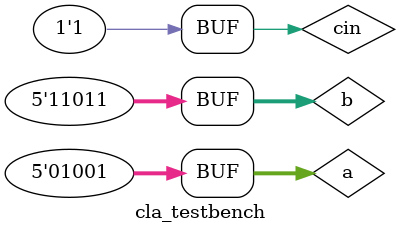
<source format=v>
module cla_testbench();
reg [4:0] a;
reg [4:0] b;
reg cin;
wire [4:0] s;
wire cout;

cla cla (a,b,cin,s,cout);
initial begin
      a[0]=0;
      a[1]=0;
      a[2]=1;
      a[3]=1;
      a[4]=0;
      b[0]=1;
      b[1]=1;
      b[2]=0;
      b[3]=0;
      b[4]=1;
      cin=0;
      #100
      a[0]=0;
      a[1]=0;
      a[2]=1;
      a[3]=1;
      a[4]=0;
      b[0]=1;
      b[1]=1;
      b[2]=0;
      b[3]=0;
      b[4]=1;
      cin=1;
      #100
      a[0]=1;
      a[1]=0;
      a[2]=0;
      a[3]=1;
      a[4]=0;
      b[0]=1;
      b[1]=1;
      b[2]=0;
      b[3]=1;
      b[4]=1;
      cin=1;

end
endmodule

</source>
